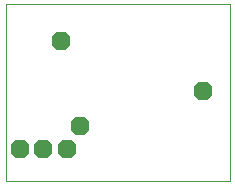
<source format=gbl>
G75*
%MOIN*%
%OFA0B0*%
%FSLAX25Y25*%
%IPPOS*%
%LPD*%
%AMOC8*
5,1,8,0,0,1.08239X$1,22.5*
%
%ADD10C,0.00000*%
%ADD11OC8,0.06300*%
D10*
X0001000Y0001000D02*
X0001000Y0059780D01*
X0075685Y0059780D01*
X0075685Y0001000D01*
X0001000Y0001000D01*
D11*
X0005724Y0011630D03*
X0013598Y0011630D03*
X0021472Y0011630D03*
X0025803Y0019110D03*
X0019504Y0047457D03*
X0066748Y0030921D03*
M02*

</source>
